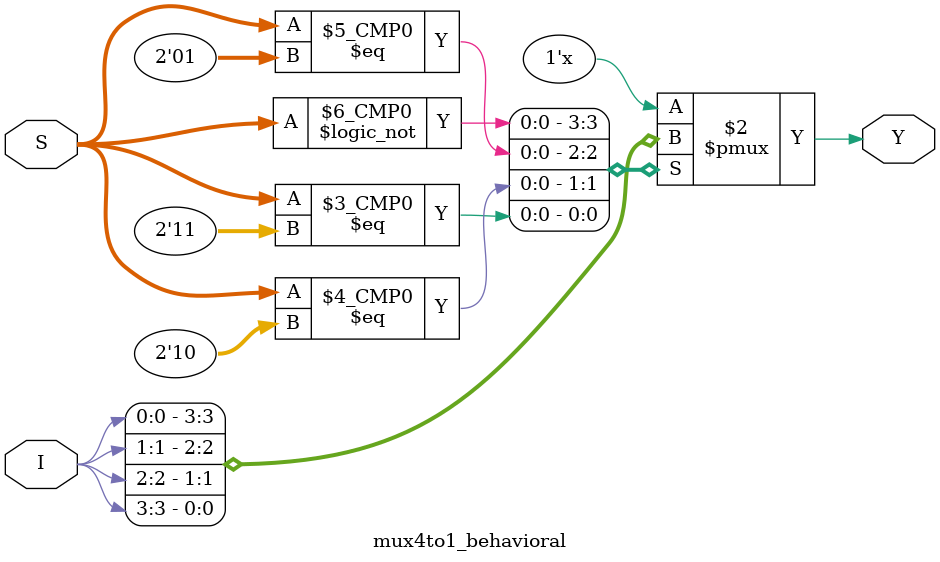
<source format=v>
module mux4to1_behavioral (
    input [3:0] I,
    input [1:0] S,
    output reg Y
);
    always @(*) begin
        case (S)
            2'b00: Y = I[0];
            2'b01: Y = I[1];
            2'b10: Y = I[2];
            2'b11: Y = I[3];
            default: Y = 1'b0;
        endcase
    end
endmodule

</source>
